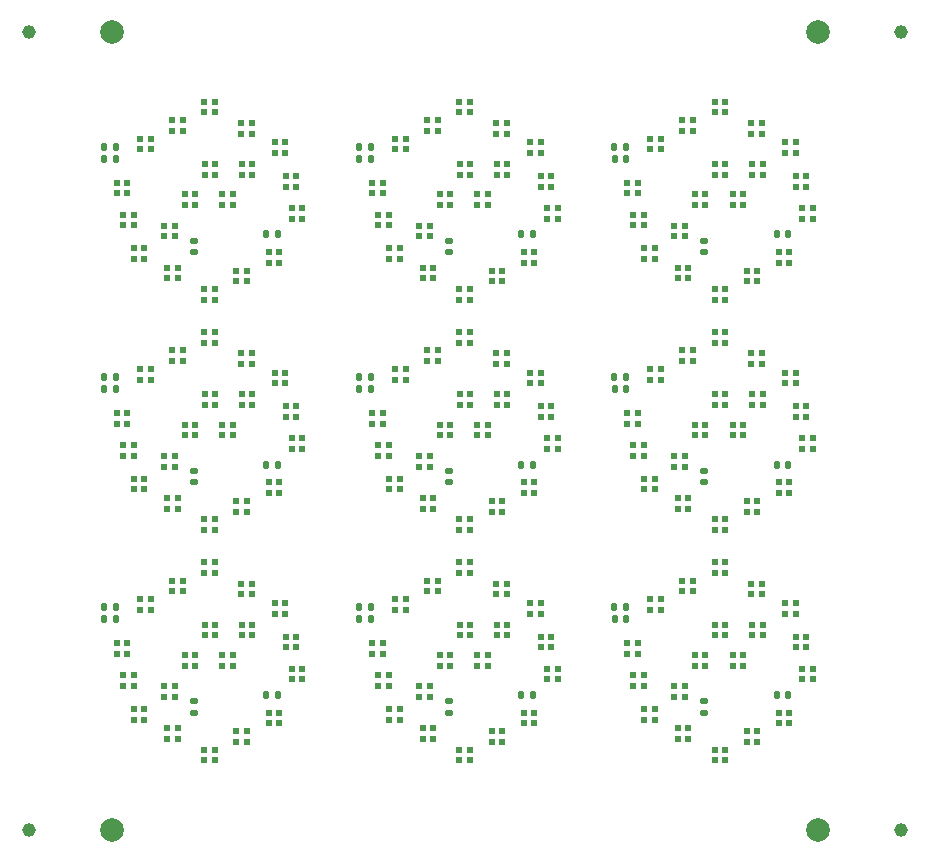
<source format=gbr>
%TF.GenerationSoftware,KiCad,Pcbnew,8.0.4*%
%TF.CreationDate,2024-10-17T13:06:50+11:00*%
%TF.ProjectId,panel,70616e65-6c2e-46b6-9963-61645f706362,rev?*%
%TF.SameCoordinates,Original*%
%TF.FileFunction,Soldermask,Top*%
%TF.FilePolarity,Negative*%
%FSLAX46Y46*%
G04 Gerber Fmt 4.6, Leading zero omitted, Abs format (unit mm)*
G04 Created by KiCad (PCBNEW 8.0.4) date 2024-10-17 13:06:50*
%MOMM*%
%LPD*%
G01*
G04 APERTURE LIST*
G04 Aperture macros list*
%AMRoundRect*
0 Rectangle with rounded corners*
0 $1 Rounding radius*
0 $2 $3 $4 $5 $6 $7 $8 $9 X,Y pos of 4 corners*
0 Add a 4 corners polygon primitive as box body*
4,1,4,$2,$3,$4,$5,$6,$7,$8,$9,$2,$3,0*
0 Add four circle primitives for the rounded corners*
1,1,$1+$1,$2,$3*
1,1,$1+$1,$4,$5*
1,1,$1+$1,$6,$7*
1,1,$1+$1,$8,$9*
0 Add four rect primitives between the rounded corners*
20,1,$1+$1,$2,$3,$4,$5,0*
20,1,$1+$1,$4,$5,$6,$7,0*
20,1,$1+$1,$6,$7,$8,$9,0*
20,1,$1+$1,$8,$9,$2,$3,0*%
G04 Aperture macros list end*
%ADD10R,0.500000X0.500000*%
%ADD11RoundRect,0.140000X-0.140000X-0.170000X0.140000X-0.170000X0.140000X0.170000X-0.140000X0.170000X0*%
%ADD12C,2.000000*%
%ADD13C,1.152000*%
%ADD14RoundRect,0.140000X0.170000X-0.140000X0.170000X0.140000X-0.170000X0.140000X-0.170000X-0.140000X0*%
%ADD15RoundRect,0.135000X0.135000X0.185000X-0.135000X0.185000X-0.135000X-0.185000X0.135000X-0.185000X0*%
G04 APERTURE END LIST*
D10*
%TO.C,D11*%
X58325000Y-42834347D03*
X58325000Y-41934347D03*
X57425000Y-41934347D03*
X57425000Y-42834347D03*
%TD*%
%TO.C,D2*%
X14631250Y-29431105D03*
X14631250Y-30331105D03*
X15531250Y-30331105D03*
X15531250Y-29431105D03*
%TD*%
%TO.C,D14*%
X32443750Y-16130422D03*
X32443750Y-15230422D03*
X31543750Y-15230422D03*
X31543750Y-16130422D03*
%TD*%
D11*
%TO.C,C2*%
X22596000Y-58602000D03*
X23556000Y-58602000D03*
%TD*%
D12*
%TO.C,KiKit_FID_T_3*%
X9500000Y-70000000D03*
%TD*%
D10*
%TO.C,D10*%
X18250000Y-25138566D03*
X18250000Y-24238566D03*
X17350000Y-24238566D03*
X17350000Y-25138566D03*
%TD*%
%TO.C,D3*%
X17350000Y-27861434D03*
X17350000Y-28761434D03*
X18250000Y-28761434D03*
X18250000Y-27861434D03*
%TD*%
%TO.C,D8*%
X23687500Y-21999224D03*
X23687500Y-21099224D03*
X22787500Y-21099224D03*
X22787500Y-21999224D03*
%TD*%
%TO.C,D17*%
X62076664Y-17118005D03*
X62976664Y-17118005D03*
X62976664Y-16218005D03*
X62076664Y-16218005D03*
%TD*%
D11*
%TO.C,C1*%
X8880000Y-13194000D03*
X9840000Y-13194000D03*
%TD*%
D10*
%TO.C,D3*%
X38950000Y-47361434D03*
X38950000Y-48261434D03*
X39850000Y-48261434D03*
X39850000Y-47361434D03*
%TD*%
%TO.C,D12*%
X55481250Y-41192507D03*
X55481250Y-40292507D03*
X54581250Y-40292507D03*
X54581250Y-41192507D03*
%TD*%
%TO.C,D13*%
X32975000Y-57830274D03*
X32975000Y-56930274D03*
X32075000Y-56930274D03*
X32075000Y-57830274D03*
%TD*%
%TO.C,D9*%
X42568750Y-62568895D03*
X42568750Y-61668895D03*
X41668750Y-61668895D03*
X41668750Y-62568895D03*
%TD*%
%TO.C,D4*%
X63675000Y-49165653D03*
X63675000Y-50065653D03*
X64575000Y-50065653D03*
X64575000Y-49165653D03*
%TD*%
%TO.C,D16*%
X37275357Y-36618005D03*
X38175357Y-36618005D03*
X38175357Y-35718005D03*
X37275357Y-35718005D03*
%TD*%
D13*
%TO.C,KiKit_TO_2*%
X76300000Y-2500000D03*
%TD*%
%TO.C,KiKit_TO_3*%
X2500000Y-70000000D03*
%TD*%
D10*
%TO.C,D2*%
X57831250Y-29431105D03*
X57831250Y-30331105D03*
X58731250Y-30331105D03*
X58731250Y-29431105D03*
%TD*%
%TO.C,D16*%
X37275357Y-56118005D03*
X38175357Y-56118005D03*
X38175357Y-55218005D03*
X37275357Y-55218005D03*
%TD*%
D11*
%TO.C,C1*%
X30480000Y-52194000D03*
X31440000Y-52194000D03*
%TD*%
D10*
%TO.C,D1*%
X11912500Y-11500776D03*
X11912500Y-12400776D03*
X12812500Y-12400776D03*
X12812500Y-11500776D03*
%TD*%
%TO.C,D6*%
X45825000Y-53669726D03*
X45825000Y-54569726D03*
X46725000Y-54569726D03*
X46725000Y-53669726D03*
%TD*%
%TO.C,D16*%
X15675357Y-36618005D03*
X16575357Y-36618005D03*
X16575357Y-35718005D03*
X15675357Y-35718005D03*
%TD*%
%TO.C,D17*%
X18876664Y-36618005D03*
X19776664Y-36618005D03*
X19776664Y-35718005D03*
X18876664Y-35718005D03*
%TD*%
%TO.C,D15*%
X35527837Y-18872522D03*
X35527837Y-19772522D03*
X36427837Y-19772522D03*
X36427837Y-18872522D03*
%TD*%
%TO.C,D10*%
X61450000Y-25138566D03*
X61450000Y-24238566D03*
X60550000Y-24238566D03*
X60550000Y-25138566D03*
%TD*%
%TO.C,D5*%
X66518750Y-50807493D03*
X66518750Y-51707493D03*
X67418750Y-51707493D03*
X67418750Y-50807493D03*
%TD*%
%TO.C,D19*%
X63711190Y-33151132D03*
X63711190Y-34051132D03*
X64611190Y-34051132D03*
X64611190Y-33151132D03*
%TD*%
%TO.C,D4*%
X42075000Y-49165653D03*
X42075000Y-50065653D03*
X42975000Y-50065653D03*
X42975000Y-49165653D03*
%TD*%
%TO.C,D19*%
X63711190Y-52651132D03*
X63711190Y-53551132D03*
X64611190Y-53551132D03*
X64611190Y-52651132D03*
%TD*%
%TO.C,D18*%
X38965165Y-34051132D03*
X39865165Y-34051132D03*
X39865165Y-33151132D03*
X38965165Y-33151132D03*
%TD*%
%TO.C,D4*%
X20475000Y-10165653D03*
X20475000Y-11065653D03*
X21375000Y-11065653D03*
X21375000Y-10165653D03*
%TD*%
%TO.C,D17*%
X18876664Y-17118005D03*
X19776664Y-17118005D03*
X19776664Y-16218005D03*
X18876664Y-16218005D03*
%TD*%
%TO.C,D17*%
X62076664Y-36618005D03*
X62976664Y-36618005D03*
X62976664Y-35718005D03*
X62076664Y-35718005D03*
%TD*%
%TO.C,D16*%
X37275357Y-17118005D03*
X38175357Y-17118005D03*
X38175357Y-16218005D03*
X37275357Y-16218005D03*
%TD*%
%TO.C,D5*%
X23318750Y-11807493D03*
X23318750Y-12707493D03*
X24218750Y-12707493D03*
X24218750Y-11807493D03*
%TD*%
%TO.C,D1*%
X33512500Y-31000776D03*
X33512500Y-31900776D03*
X34412500Y-31900776D03*
X34412500Y-31000776D03*
%TD*%
%TO.C,D5*%
X44918750Y-50807493D03*
X44918750Y-51707493D03*
X45818750Y-51707493D03*
X45818750Y-50807493D03*
%TD*%
D14*
%TO.C,C3*%
X59672000Y-60098000D03*
X59672000Y-59138000D03*
%TD*%
D10*
%TO.C,D14*%
X10843750Y-55130422D03*
X10843750Y-54230422D03*
X9943750Y-54230422D03*
X9943750Y-55130422D03*
%TD*%
%TO.C,D9*%
X20968750Y-43068895D03*
X20968750Y-42168895D03*
X20068750Y-42168895D03*
X20068750Y-43068895D03*
%TD*%
%TO.C,D14*%
X10843750Y-35630422D03*
X10843750Y-34730422D03*
X9943750Y-34730422D03*
X9943750Y-35630422D03*
%TD*%
D11*
%TO.C,C1*%
X52080000Y-13194000D03*
X53040000Y-13194000D03*
%TD*%
D10*
%TO.C,D18*%
X60565165Y-53551132D03*
X61465165Y-53551132D03*
X61465165Y-52651132D03*
X60565165Y-52651132D03*
%TD*%
%TO.C,D2*%
X36231250Y-48931105D03*
X36231250Y-49831105D03*
X37131250Y-49831105D03*
X37131250Y-48931105D03*
%TD*%
D15*
%TO.C,R1*%
X53070000Y-12178000D03*
X52050000Y-12178000D03*
%TD*%
D10*
%TO.C,D18*%
X60565165Y-14551132D03*
X61465165Y-14551132D03*
X61465165Y-13651132D03*
X60565165Y-13651132D03*
%TD*%
%TO.C,D11*%
X58325000Y-62334347D03*
X58325000Y-61434347D03*
X57425000Y-61434347D03*
X57425000Y-62334347D03*
%TD*%
%TO.C,D15*%
X13927837Y-18872522D03*
X13927837Y-19772522D03*
X14827837Y-19772522D03*
X14827837Y-18872522D03*
%TD*%
%TO.C,D16*%
X58875357Y-36618005D03*
X59775357Y-36618005D03*
X59775357Y-35718005D03*
X58875357Y-35718005D03*
%TD*%
D15*
%TO.C,R1*%
X9870000Y-51178000D03*
X8850000Y-51178000D03*
%TD*%
D10*
%TO.C,D5*%
X66518750Y-11807493D03*
X66518750Y-12707493D03*
X67418750Y-12707493D03*
X67418750Y-11807493D03*
%TD*%
%TO.C,D15*%
X35527837Y-57872522D03*
X35527837Y-58772522D03*
X36427837Y-58772522D03*
X36427837Y-57872522D03*
%TD*%
%TO.C,D13*%
X32975000Y-38330274D03*
X32975000Y-37430274D03*
X32075000Y-37430274D03*
X32075000Y-38330274D03*
%TD*%
%TO.C,D16*%
X58875357Y-17118005D03*
X59775357Y-17118005D03*
X59775357Y-16218005D03*
X58875357Y-16218005D03*
%TD*%
D15*
%TO.C,R1*%
X9870000Y-12178000D03*
X8850000Y-12178000D03*
%TD*%
D10*
%TO.C,D19*%
X63711190Y-13651132D03*
X63711190Y-14551132D03*
X64611190Y-14551132D03*
X64611190Y-13651132D03*
%TD*%
%TO.C,D8*%
X45287500Y-21999224D03*
X45287500Y-21099224D03*
X44387500Y-21099224D03*
X44387500Y-21999224D03*
%TD*%
D14*
%TO.C,C3*%
X16472000Y-21098000D03*
X16472000Y-20138000D03*
%TD*%
D15*
%TO.C,R1*%
X31470000Y-51178000D03*
X30450000Y-51178000D03*
%TD*%
D11*
%TO.C,C2*%
X44196000Y-39102000D03*
X45156000Y-39102000D03*
%TD*%
D10*
%TO.C,D17*%
X62076664Y-56118005D03*
X62976664Y-56118005D03*
X62976664Y-55218005D03*
X62076664Y-55218005D03*
%TD*%
%TO.C,D18*%
X17365165Y-34051132D03*
X18265165Y-34051132D03*
X18265165Y-33151132D03*
X17365165Y-33151132D03*
%TD*%
%TO.C,D11*%
X15125000Y-23334347D03*
X15125000Y-22434347D03*
X14225000Y-22434347D03*
X14225000Y-23334347D03*
%TD*%
%TO.C,D2*%
X36231250Y-29431105D03*
X36231250Y-30331105D03*
X37131250Y-30331105D03*
X37131250Y-29431105D03*
%TD*%
%TO.C,D12*%
X55481250Y-21692507D03*
X55481250Y-20792507D03*
X54581250Y-20792507D03*
X54581250Y-21692507D03*
%TD*%
%TO.C,D6*%
X24225000Y-34169726D03*
X24225000Y-35069726D03*
X25125000Y-35069726D03*
X25125000Y-34169726D03*
%TD*%
%TO.C,D9*%
X64168750Y-43068895D03*
X64168750Y-42168895D03*
X63268750Y-42168895D03*
X63268750Y-43068895D03*
%TD*%
%TO.C,D10*%
X18250000Y-44638566D03*
X18250000Y-43738566D03*
X17350000Y-43738566D03*
X17350000Y-44638566D03*
%TD*%
%TO.C,D13*%
X11375000Y-57830274D03*
X11375000Y-56930274D03*
X10475000Y-56930274D03*
X10475000Y-57830274D03*
%TD*%
%TO.C,D15*%
X57127837Y-38372522D03*
X57127837Y-39272522D03*
X58027837Y-39272522D03*
X58027837Y-38372522D03*
%TD*%
%TO.C,D3*%
X60550000Y-47361434D03*
X60550000Y-48261434D03*
X61450000Y-48261434D03*
X61450000Y-47361434D03*
%TD*%
%TO.C,D6*%
X45825000Y-34169726D03*
X45825000Y-35069726D03*
X46725000Y-35069726D03*
X46725000Y-34169726D03*
%TD*%
%TO.C,D10*%
X61450000Y-64138566D03*
X61450000Y-63238566D03*
X60550000Y-63238566D03*
X60550000Y-64138566D03*
%TD*%
%TO.C,D4*%
X63675000Y-10165653D03*
X63675000Y-11065653D03*
X64575000Y-11065653D03*
X64575000Y-10165653D03*
%TD*%
D15*
%TO.C,R1*%
X53070000Y-31678000D03*
X52050000Y-31678000D03*
%TD*%
D10*
%TO.C,D6*%
X67425000Y-34169726D03*
X67425000Y-35069726D03*
X68325000Y-35069726D03*
X68325000Y-34169726D03*
%TD*%
%TO.C,D13*%
X54575000Y-18830274D03*
X54575000Y-17930274D03*
X53675000Y-17930274D03*
X53675000Y-18830274D03*
%TD*%
%TO.C,D17*%
X40476664Y-36618005D03*
X41376664Y-36618005D03*
X41376664Y-35718005D03*
X40476664Y-35718005D03*
%TD*%
D11*
%TO.C,C1*%
X30480000Y-13194000D03*
X31440000Y-13194000D03*
%TD*%
D10*
%TO.C,D11*%
X36725000Y-62334347D03*
X36725000Y-61434347D03*
X35825000Y-61434347D03*
X35825000Y-62334347D03*
%TD*%
%TO.C,D4*%
X20475000Y-29665653D03*
X20475000Y-30565653D03*
X21375000Y-30565653D03*
X21375000Y-29665653D03*
%TD*%
%TO.C,D10*%
X61450000Y-44638566D03*
X61450000Y-43738566D03*
X60550000Y-43738566D03*
X60550000Y-44638566D03*
%TD*%
%TO.C,D13*%
X54575000Y-57830274D03*
X54575000Y-56930274D03*
X53675000Y-56930274D03*
X53675000Y-57830274D03*
%TD*%
%TO.C,D5*%
X23318750Y-50807493D03*
X23318750Y-51707493D03*
X24218750Y-51707493D03*
X24218750Y-50807493D03*
%TD*%
D13*
%TO.C,KiKit_TO_4*%
X76300000Y-70000000D03*
%TD*%
D10*
%TO.C,D8*%
X66887500Y-21999224D03*
X66887500Y-21099224D03*
X65987500Y-21099224D03*
X65987500Y-21999224D03*
%TD*%
D14*
%TO.C,C3*%
X38072000Y-40598000D03*
X38072000Y-39638000D03*
%TD*%
D10*
%TO.C,D15*%
X35527837Y-38372522D03*
X35527837Y-39272522D03*
X36427837Y-39272522D03*
X36427837Y-38372522D03*
%TD*%
%TO.C,D6*%
X24225000Y-53669726D03*
X24225000Y-54569726D03*
X25125000Y-54569726D03*
X25125000Y-53669726D03*
%TD*%
%TO.C,D12*%
X33881250Y-41192507D03*
X33881250Y-40292507D03*
X32981250Y-40292507D03*
X32981250Y-41192507D03*
%TD*%
%TO.C,D6*%
X45825000Y-14669726D03*
X45825000Y-15569726D03*
X46725000Y-15569726D03*
X46725000Y-14669726D03*
%TD*%
D12*
%TO.C,KiKit_FID_T_1*%
X9500000Y-2500000D03*
%TD*%
D10*
%TO.C,D7*%
X67956250Y-17369578D03*
X67956250Y-18269578D03*
X68856250Y-18269578D03*
X68856250Y-17369578D03*
%TD*%
%TO.C,D13*%
X11375000Y-18830274D03*
X11375000Y-17930274D03*
X10475000Y-17930274D03*
X10475000Y-18830274D03*
%TD*%
D14*
%TO.C,C3*%
X16472000Y-60098000D03*
X16472000Y-59138000D03*
%TD*%
D10*
%TO.C,D13*%
X54575000Y-38330274D03*
X54575000Y-37430274D03*
X53675000Y-37430274D03*
X53675000Y-38330274D03*
%TD*%
%TO.C,D11*%
X36725000Y-42834347D03*
X36725000Y-41934347D03*
X35825000Y-41934347D03*
X35825000Y-42834347D03*
%TD*%
%TO.C,D7*%
X67956250Y-36869578D03*
X67956250Y-37769578D03*
X68856250Y-37769578D03*
X68856250Y-36869578D03*
%TD*%
%TO.C,D10*%
X39850000Y-64138566D03*
X39850000Y-63238566D03*
X38950000Y-63238566D03*
X38950000Y-64138566D03*
%TD*%
%TO.C,D8*%
X45287500Y-60999224D03*
X45287500Y-60099224D03*
X44387500Y-60099224D03*
X44387500Y-60999224D03*
%TD*%
D14*
%TO.C,C3*%
X38072000Y-21098000D03*
X38072000Y-20138000D03*
%TD*%
D11*
%TO.C,C1*%
X30480000Y-32694000D03*
X31440000Y-32694000D03*
%TD*%
D10*
%TO.C,D19*%
X20511190Y-52651132D03*
X20511190Y-53551132D03*
X21411190Y-53551132D03*
X21411190Y-52651132D03*
%TD*%
%TO.C,D5*%
X44918750Y-31307493D03*
X44918750Y-32207493D03*
X45818750Y-32207493D03*
X45818750Y-31307493D03*
%TD*%
%TO.C,D14*%
X32443750Y-55130422D03*
X32443750Y-54230422D03*
X31543750Y-54230422D03*
X31543750Y-55130422D03*
%TD*%
%TO.C,D4*%
X42075000Y-29665653D03*
X42075000Y-30565653D03*
X42975000Y-30565653D03*
X42975000Y-29665653D03*
%TD*%
%TO.C,D11*%
X58325000Y-23334347D03*
X58325000Y-22434347D03*
X57425000Y-22434347D03*
X57425000Y-23334347D03*
%TD*%
D15*
%TO.C,R1*%
X53070000Y-51178000D03*
X52050000Y-51178000D03*
%TD*%
D10*
%TO.C,D3*%
X60550000Y-8361434D03*
X60550000Y-9261434D03*
X61450000Y-9261434D03*
X61450000Y-8361434D03*
%TD*%
%TO.C,D4*%
X20475000Y-49165653D03*
X20475000Y-50065653D03*
X21375000Y-50065653D03*
X21375000Y-49165653D03*
%TD*%
%TO.C,D16*%
X15675357Y-17118005D03*
X16575357Y-17118005D03*
X16575357Y-16218005D03*
X15675357Y-16218005D03*
%TD*%
%TO.C,D8*%
X66887500Y-60999224D03*
X66887500Y-60099224D03*
X65987500Y-60099224D03*
X65987500Y-60999224D03*
%TD*%
%TO.C,D5*%
X66518750Y-31307493D03*
X66518750Y-32207493D03*
X67418750Y-32207493D03*
X67418750Y-31307493D03*
%TD*%
D11*
%TO.C,C1*%
X8880000Y-32694000D03*
X9840000Y-32694000D03*
%TD*%
D10*
%TO.C,D14*%
X54043750Y-35630422D03*
X54043750Y-34730422D03*
X53143750Y-34730422D03*
X53143750Y-35630422D03*
%TD*%
D11*
%TO.C,C1*%
X52080000Y-52194000D03*
X53040000Y-52194000D03*
%TD*%
D10*
%TO.C,D3*%
X17350000Y-8361434D03*
X17350000Y-9261434D03*
X18250000Y-9261434D03*
X18250000Y-8361434D03*
%TD*%
D14*
%TO.C,C3*%
X59672000Y-40598000D03*
X59672000Y-39638000D03*
%TD*%
D10*
%TO.C,D3*%
X17350000Y-47361434D03*
X17350000Y-48261434D03*
X18250000Y-48261434D03*
X18250000Y-47361434D03*
%TD*%
D11*
%TO.C,C1*%
X52080000Y-32694000D03*
X53040000Y-32694000D03*
%TD*%
D10*
%TO.C,D1*%
X33512500Y-11500776D03*
X33512500Y-12400776D03*
X34412500Y-12400776D03*
X34412500Y-11500776D03*
%TD*%
%TO.C,D19*%
X42111190Y-13651132D03*
X42111190Y-14551132D03*
X43011190Y-14551132D03*
X43011190Y-13651132D03*
%TD*%
%TO.C,D15*%
X57127837Y-57872522D03*
X57127837Y-58772522D03*
X58027837Y-58772522D03*
X58027837Y-57872522D03*
%TD*%
%TO.C,D7*%
X24756250Y-17369578D03*
X24756250Y-18269578D03*
X25656250Y-18269578D03*
X25656250Y-17369578D03*
%TD*%
%TO.C,D18*%
X17365165Y-53551132D03*
X18265165Y-53551132D03*
X18265165Y-52651132D03*
X17365165Y-52651132D03*
%TD*%
D15*
%TO.C,R1*%
X31470000Y-12178000D03*
X30450000Y-12178000D03*
%TD*%
D10*
%TO.C,D1*%
X33512500Y-50500776D03*
X33512500Y-51400776D03*
X34412500Y-51400776D03*
X34412500Y-50500776D03*
%TD*%
%TO.C,D12*%
X55481250Y-60692507D03*
X55481250Y-59792507D03*
X54581250Y-59792507D03*
X54581250Y-60692507D03*
%TD*%
%TO.C,D9*%
X42568750Y-43068895D03*
X42568750Y-42168895D03*
X41668750Y-42168895D03*
X41668750Y-43068895D03*
%TD*%
%TO.C,D12*%
X12281250Y-41192507D03*
X12281250Y-40292507D03*
X11381250Y-40292507D03*
X11381250Y-41192507D03*
%TD*%
%TO.C,D15*%
X57127837Y-18872522D03*
X57127837Y-19772522D03*
X58027837Y-19772522D03*
X58027837Y-18872522D03*
%TD*%
%TO.C,D14*%
X54043750Y-16130422D03*
X54043750Y-15230422D03*
X53143750Y-15230422D03*
X53143750Y-16130422D03*
%TD*%
%TO.C,D12*%
X33881250Y-60692507D03*
X33881250Y-59792507D03*
X32981250Y-59792507D03*
X32981250Y-60692507D03*
%TD*%
%TO.C,D11*%
X15125000Y-42834347D03*
X15125000Y-41934347D03*
X14225000Y-41934347D03*
X14225000Y-42834347D03*
%TD*%
%TO.C,D16*%
X15675357Y-56118005D03*
X16575357Y-56118005D03*
X16575357Y-55218005D03*
X15675357Y-55218005D03*
%TD*%
%TO.C,D19*%
X20511190Y-33151132D03*
X20511190Y-34051132D03*
X21411190Y-34051132D03*
X21411190Y-33151132D03*
%TD*%
%TO.C,D9*%
X64168750Y-23568895D03*
X64168750Y-22668895D03*
X63268750Y-22668895D03*
X63268750Y-23568895D03*
%TD*%
%TO.C,D3*%
X60550000Y-27861434D03*
X60550000Y-28761434D03*
X61450000Y-28761434D03*
X61450000Y-27861434D03*
%TD*%
%TO.C,D2*%
X14631250Y-48931105D03*
X14631250Y-49831105D03*
X15531250Y-49831105D03*
X15531250Y-48931105D03*
%TD*%
D14*
%TO.C,C3*%
X16472000Y-40598000D03*
X16472000Y-39638000D03*
%TD*%
D10*
%TO.C,D18*%
X38965165Y-53551132D03*
X39865165Y-53551132D03*
X39865165Y-52651132D03*
X38965165Y-52651132D03*
%TD*%
%TO.C,D2*%
X57831250Y-48931105D03*
X57831250Y-49831105D03*
X58731250Y-49831105D03*
X58731250Y-48931105D03*
%TD*%
%TO.C,D19*%
X42111190Y-33151132D03*
X42111190Y-34051132D03*
X43011190Y-34051132D03*
X43011190Y-33151132D03*
%TD*%
%TO.C,D7*%
X24756250Y-36869578D03*
X24756250Y-37769578D03*
X25656250Y-37769578D03*
X25656250Y-36869578D03*
%TD*%
%TO.C,D17*%
X40476664Y-56118005D03*
X41376664Y-56118005D03*
X41376664Y-55218005D03*
X40476664Y-55218005D03*
%TD*%
%TO.C,D11*%
X15125000Y-62334347D03*
X15125000Y-61434347D03*
X14225000Y-61434347D03*
X14225000Y-62334347D03*
%TD*%
%TO.C,D2*%
X57831250Y-9931105D03*
X57831250Y-10831105D03*
X58731250Y-10831105D03*
X58731250Y-9931105D03*
%TD*%
D15*
%TO.C,R1*%
X31470000Y-31678000D03*
X30450000Y-31678000D03*
%TD*%
D14*
%TO.C,C3*%
X38072000Y-60098000D03*
X38072000Y-59138000D03*
%TD*%
D11*
%TO.C,C1*%
X8880000Y-52194000D03*
X9840000Y-52194000D03*
%TD*%
D10*
%TO.C,D12*%
X33881250Y-21692507D03*
X33881250Y-20792507D03*
X32981250Y-20792507D03*
X32981250Y-21692507D03*
%TD*%
%TO.C,D8*%
X66887500Y-41499224D03*
X66887500Y-40599224D03*
X65987500Y-40599224D03*
X65987500Y-41499224D03*
%TD*%
%TO.C,D2*%
X14631250Y-9931105D03*
X14631250Y-10831105D03*
X15531250Y-10831105D03*
X15531250Y-9931105D03*
%TD*%
%TO.C,D18*%
X38965165Y-14551132D03*
X39865165Y-14551132D03*
X39865165Y-13651132D03*
X38965165Y-13651132D03*
%TD*%
%TO.C,D5*%
X23318750Y-31307493D03*
X23318750Y-32207493D03*
X24218750Y-32207493D03*
X24218750Y-31307493D03*
%TD*%
%TO.C,D9*%
X20968750Y-62568895D03*
X20968750Y-61668895D03*
X20068750Y-61668895D03*
X20068750Y-62568895D03*
%TD*%
%TO.C,D14*%
X10843750Y-16130422D03*
X10843750Y-15230422D03*
X9943750Y-15230422D03*
X9943750Y-16130422D03*
%TD*%
%TO.C,D13*%
X11375000Y-38330274D03*
X11375000Y-37430274D03*
X10475000Y-37430274D03*
X10475000Y-38330274D03*
%TD*%
%TO.C,D6*%
X24225000Y-14669726D03*
X24225000Y-15569726D03*
X25125000Y-15569726D03*
X25125000Y-14669726D03*
%TD*%
%TO.C,D19*%
X20511190Y-13651132D03*
X20511190Y-14551132D03*
X21411190Y-14551132D03*
X21411190Y-13651132D03*
%TD*%
%TO.C,D17*%
X18876664Y-56118005D03*
X19776664Y-56118005D03*
X19776664Y-55218005D03*
X18876664Y-55218005D03*
%TD*%
%TO.C,D6*%
X67425000Y-53669726D03*
X67425000Y-54569726D03*
X68325000Y-54569726D03*
X68325000Y-53669726D03*
%TD*%
%TO.C,D1*%
X11912500Y-50500776D03*
X11912500Y-51400776D03*
X12812500Y-51400776D03*
X12812500Y-50500776D03*
%TD*%
%TO.C,D12*%
X12281250Y-60692507D03*
X12281250Y-59792507D03*
X11381250Y-59792507D03*
X11381250Y-60692507D03*
%TD*%
%TO.C,D1*%
X55112500Y-31000776D03*
X55112500Y-31900776D03*
X56012500Y-31900776D03*
X56012500Y-31000776D03*
%TD*%
%TO.C,D19*%
X42111190Y-52651132D03*
X42111190Y-53551132D03*
X43011190Y-53551132D03*
X43011190Y-52651132D03*
%TD*%
%TO.C,D10*%
X39850000Y-25138566D03*
X39850000Y-24238566D03*
X38950000Y-24238566D03*
X38950000Y-25138566D03*
%TD*%
%TO.C,D8*%
X23687500Y-41499224D03*
X23687500Y-40599224D03*
X22787500Y-40599224D03*
X22787500Y-41499224D03*
%TD*%
D11*
%TO.C,C2*%
X22596000Y-19602000D03*
X23556000Y-19602000D03*
%TD*%
D10*
%TO.C,D1*%
X55112500Y-50500776D03*
X55112500Y-51400776D03*
X56012500Y-51400776D03*
X56012500Y-50500776D03*
%TD*%
%TO.C,D13*%
X32975000Y-18830274D03*
X32975000Y-17930274D03*
X32075000Y-17930274D03*
X32075000Y-18830274D03*
%TD*%
%TO.C,D7*%
X46356250Y-36869578D03*
X46356250Y-37769578D03*
X47256250Y-37769578D03*
X47256250Y-36869578D03*
%TD*%
D11*
%TO.C,C2*%
X44196000Y-58602000D03*
X45156000Y-58602000D03*
%TD*%
D10*
%TO.C,D6*%
X67425000Y-14669726D03*
X67425000Y-15569726D03*
X68325000Y-15569726D03*
X68325000Y-14669726D03*
%TD*%
%TO.C,D9*%
X42568750Y-23568895D03*
X42568750Y-22668895D03*
X41668750Y-22668895D03*
X41668750Y-23568895D03*
%TD*%
D14*
%TO.C,C3*%
X59672000Y-21098000D03*
X59672000Y-20138000D03*
%TD*%
D10*
%TO.C,D3*%
X38950000Y-27861434D03*
X38950000Y-28761434D03*
X39850000Y-28761434D03*
X39850000Y-27861434D03*
%TD*%
D12*
%TO.C,KiKit_FID_T_2*%
X69300000Y-2500000D03*
%TD*%
D10*
%TO.C,D7*%
X24756250Y-56369578D03*
X24756250Y-57269578D03*
X25656250Y-57269578D03*
X25656250Y-56369578D03*
%TD*%
D13*
%TO.C,KiKit_TO_1*%
X2500000Y-2500000D03*
%TD*%
D12*
%TO.C,KiKit_FID_T_4*%
X69300000Y-70000000D03*
%TD*%
D10*
%TO.C,D4*%
X63675000Y-29665653D03*
X63675000Y-30565653D03*
X64575000Y-30565653D03*
X64575000Y-29665653D03*
%TD*%
%TO.C,D4*%
X42075000Y-10165653D03*
X42075000Y-11065653D03*
X42975000Y-11065653D03*
X42975000Y-10165653D03*
%TD*%
%TO.C,D7*%
X67956250Y-56369578D03*
X67956250Y-57269578D03*
X68856250Y-57269578D03*
X68856250Y-56369578D03*
%TD*%
D15*
%TO.C,R1*%
X9870000Y-31678000D03*
X8850000Y-31678000D03*
%TD*%
D10*
%TO.C,D9*%
X20968750Y-23568895D03*
X20968750Y-22668895D03*
X20068750Y-22668895D03*
X20068750Y-23568895D03*
%TD*%
%TO.C,D7*%
X46356250Y-56369578D03*
X46356250Y-57269578D03*
X47256250Y-57269578D03*
X47256250Y-56369578D03*
%TD*%
%TO.C,D8*%
X45287500Y-41499224D03*
X45287500Y-40599224D03*
X44387500Y-40599224D03*
X44387500Y-41499224D03*
%TD*%
%TO.C,D8*%
X23687500Y-60999224D03*
X23687500Y-60099224D03*
X22787500Y-60099224D03*
X22787500Y-60999224D03*
%TD*%
%TO.C,D11*%
X36725000Y-23334347D03*
X36725000Y-22434347D03*
X35825000Y-22434347D03*
X35825000Y-23334347D03*
%TD*%
%TO.C,D18*%
X17365165Y-14551132D03*
X18265165Y-14551132D03*
X18265165Y-13651132D03*
X17365165Y-13651132D03*
%TD*%
%TO.C,D17*%
X40476664Y-17118005D03*
X41376664Y-17118005D03*
X41376664Y-16218005D03*
X40476664Y-16218005D03*
%TD*%
D11*
%TO.C,C2*%
X22596000Y-39102000D03*
X23556000Y-39102000D03*
%TD*%
%TO.C,C2*%
X65796000Y-19602000D03*
X66756000Y-19602000D03*
%TD*%
D10*
%TO.C,D5*%
X44918750Y-11807493D03*
X44918750Y-12707493D03*
X45818750Y-12707493D03*
X45818750Y-11807493D03*
%TD*%
D11*
%TO.C,C2*%
X65796000Y-39102000D03*
X66756000Y-39102000D03*
%TD*%
D10*
%TO.C,D2*%
X36231250Y-9931105D03*
X36231250Y-10831105D03*
X37131250Y-10831105D03*
X37131250Y-9931105D03*
%TD*%
%TO.C,D18*%
X60565165Y-34051132D03*
X61465165Y-34051132D03*
X61465165Y-33151132D03*
X60565165Y-33151132D03*
%TD*%
%TO.C,D3*%
X38950000Y-8361434D03*
X38950000Y-9261434D03*
X39850000Y-9261434D03*
X39850000Y-8361434D03*
%TD*%
%TO.C,D9*%
X64168750Y-62568895D03*
X64168750Y-61668895D03*
X63268750Y-61668895D03*
X63268750Y-62568895D03*
%TD*%
D11*
%TO.C,C2*%
X44196000Y-19602000D03*
X45156000Y-19602000D03*
%TD*%
D10*
%TO.C,D12*%
X12281250Y-21692507D03*
X12281250Y-20792507D03*
X11381250Y-20792507D03*
X11381250Y-21692507D03*
%TD*%
D11*
%TO.C,C2*%
X65796000Y-58602000D03*
X66756000Y-58602000D03*
%TD*%
D10*
%TO.C,D10*%
X39850000Y-44638566D03*
X39850000Y-43738566D03*
X38950000Y-43738566D03*
X38950000Y-44638566D03*
%TD*%
%TO.C,D7*%
X46356250Y-17369578D03*
X46356250Y-18269578D03*
X47256250Y-18269578D03*
X47256250Y-17369578D03*
%TD*%
%TO.C,D1*%
X11912500Y-31000776D03*
X11912500Y-31900776D03*
X12812500Y-31900776D03*
X12812500Y-31000776D03*
%TD*%
%TO.C,D10*%
X18250000Y-64138566D03*
X18250000Y-63238566D03*
X17350000Y-63238566D03*
X17350000Y-64138566D03*
%TD*%
%TO.C,D16*%
X58875357Y-56118005D03*
X59775357Y-56118005D03*
X59775357Y-55218005D03*
X58875357Y-55218005D03*
%TD*%
%TO.C,D1*%
X55112500Y-11500776D03*
X55112500Y-12400776D03*
X56012500Y-12400776D03*
X56012500Y-11500776D03*
%TD*%
%TO.C,D15*%
X13927837Y-38372522D03*
X13927837Y-39272522D03*
X14827837Y-39272522D03*
X14827837Y-38372522D03*
%TD*%
%TO.C,D15*%
X13927837Y-57872522D03*
X13927837Y-58772522D03*
X14827837Y-58772522D03*
X14827837Y-57872522D03*
%TD*%
%TO.C,D14*%
X54043750Y-55130422D03*
X54043750Y-54230422D03*
X53143750Y-54230422D03*
X53143750Y-55130422D03*
%TD*%
%TO.C,D14*%
X32443750Y-35630422D03*
X32443750Y-34730422D03*
X31543750Y-34730422D03*
X31543750Y-35630422D03*
%TD*%
M02*

</source>
